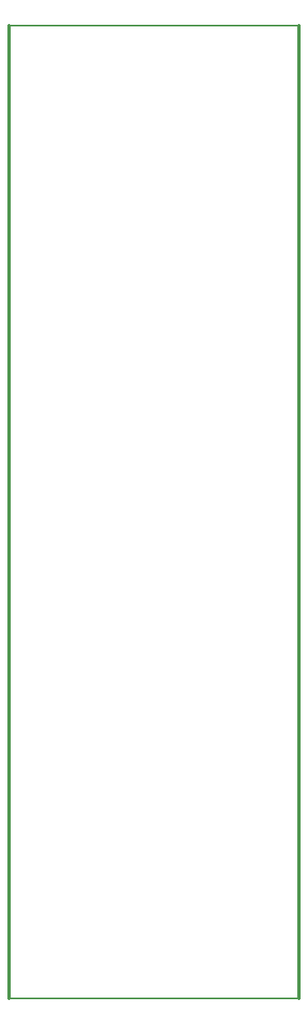
<source format=gbr>
G04 #@! TF.GenerationSoftware,KiCad,Pcbnew,(5.1.0)-1*
G04 #@! TF.CreationDate,2019-04-22T00:29:16-04:00*
G04 #@! TF.ProjectId,delay,64656c61-792e-46b6-9963-61645f706362,rev?*
G04 #@! TF.SameCoordinates,Original*
G04 #@! TF.FileFunction,Profile,NP*
%FSLAX46Y46*%
G04 Gerber Fmt 4.6, Leading zero omitted, Abs format (unit mm)*
G04 Created by KiCad (PCBNEW (5.1.0)-1) date 2019-04-22 00:29:16*
%MOMM*%
%LPD*%
G04 APERTURE LIST*
%ADD10C,0.300000*%
%ADD11C,0.150000*%
G04 APERTURE END LIST*
D10*
X81280000Y-148590000D02*
X81280000Y-48895000D01*
D11*
X51435000Y-148590000D02*
X81280000Y-148590000D01*
D10*
X51435000Y-48895000D02*
X51435000Y-148590000D01*
D11*
X81280000Y-48895000D02*
X51435000Y-48895000D01*
M02*

</source>
